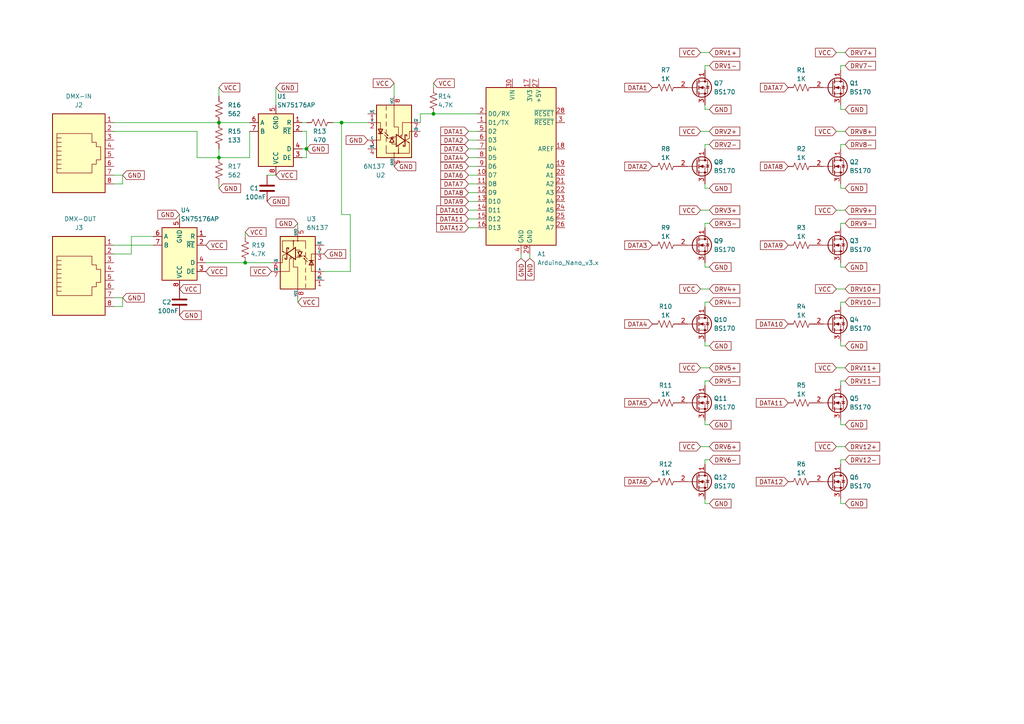
<source format=kicad_sch>
(kicad_sch (version 20230121) (generator eeschema)
  (paper "A4")
  (lib_symbols
    (symbol "Connector:RJ45" (pin_names (offset 1.016))
      (property "Reference" "J" (at -5.08 13.97 0))
      (property "Value" "RJ45" (at 2.54 13.97 0))
      (symbol "RJ45_0_1"
        (polyline (pts (xy -5.08 4.445) (xy -6.35 4.445)))
        (polyline (pts (xy -5.08 5.715) (xy -6.35 5.715)))
        (polyline (pts (xy -6.35 -3.175) (xy -5.08 -3.175) (xy -5.08 -3.175)))
        (polyline (pts (xy -6.35 -1.905) (xy -5.08 -1.905) (xy -5.08 -1.905)))
        (polyline (pts (xy -6.35 -0.635) (xy -5.08 -0.635) (xy -5.08 -0.635)))
        (polyline (pts (xy -6.35 0.635) (xy -5.08 0.635) (xy -5.08 0.635)))
        (polyline (pts (xy -6.35 1.905) (xy -5.08 1.905) (xy -5.08 1.905)))
        (polyline (pts (xy -5.08 3.175) (xy -6.35 3.175) (xy -6.35 3.175)))
        (polyline (pts (xy -6.35 -4.445) (xy -6.35 6.985) (xy 3.81 6.985) (xy 3.81 4.445) (xy 5.08 4.445) (xy 5.08 3.175) (xy 6.35 3.175) (xy 6.35 -0.635) (xy 5.08 -0.635) (xy 5.08 -1.905) (xy 3.81 -1.905) (xy 3.81 -4.445) (xy -6.35 -4.445) (xy -6.35 -4.445)))
        (rectangle (start 7.62 12.7) (end -7.62 -10.16) (stroke (width 0.254)) (fill (type background)))
      )
      (symbol "RJ45_1_1"
        (pin passive line (at 10.16 -7.62 180) (length 2.54) (name "~") (number "1"))
        (pin passive line (at 10.16 -5.08 180) (length 2.54) (name "~") (number "2"))
        (pin passive line (at 10.16 -2.54 180) (length 2.54) (name "~") (number "3"))
        (pin passive line (at 10.16 0 180) (length 2.54) (name "~") (number "4"))
        (pin passive line (at 10.16 2.54 180) (length 2.54) (name "~") (number "5"))
        (pin passive line (at 10.16 5.08 180) (length 2.54) (name "~") (number "6"))
        (pin passive line (at 10.16 7.62 180) (length 2.54) (name "~") (number "7"))
        (pin passive line (at 10.16 10.16 180) (length 2.54) (name "~") (number "8"))
      )
    )
    (symbol "Device:C" (pin_numbers hide) (pin_names (offset 0.254))
      (property "Reference" "C" (at 0.635 2.54 0))
      (property "Value" "C" (at 0.635 -2.54 0))
      (symbol "C_0_1"
        (polyline (pts (xy -2.032 -0.762) (xy 2.032 -0.762)) (stroke (width 0.508)))
        (polyline (pts (xy -2.032 0.762) (xy 2.032 0.762)) (stroke (width 0.508)))
      )
      (symbol "C_1_1"
        (pin passive line (at 0 3.81 270) (length 2.794) (name "~") (number "1"))
        (pin passive line (at 0 -3.81 90) (length 2.794) (name "~") (number "2"))
      )
    )
    (symbol "Device:R_US" (pin_numbers hide) (pin_names (offset 0))
      (property "Reference" "R" (at 2.54 0 90))
      (property "Value" "R_US" (at -2.54 0 90))
      (symbol "R_US_0_1"
        (polyline (pts (xy 0 -2.286) (xy 0 -2.54)))
        (polyline (pts (xy 0 2.286) (xy 0 2.54)))
        (polyline (pts (xy 0 -0.762) (xy 1.016 -1.143) (xy 0 -1.524) (xy -1.016 -1.905) (xy 0 -2.286)))
        (polyline (pts (xy 0 0.762) (xy 1.016 0.381) (xy 0 0) (xy -1.016 -0.381) (xy 0 -0.762)))
        (polyline (pts (xy 0 2.286) (xy 1.016 1.905) (xy 0 1.524) (xy -1.016 1.143) (xy 0 0.762)))
      )
      (symbol "R_US_1_1"
        (pin passive line (at 0 3.81 270) (length 1.27) (name "~") (number "1"))
        (pin passive line (at 0 -3.81 90) (length 1.27) (name "~") (number "2"))
      )
    )
    (symbol "Interface_UART:SN75176AP"
      (property "Reference" "U" (at -4.318 8.89 0))
      (property "Value" "SN75176AP" (at 1.016 8.89 0))
      (symbol "SN75176AP_0_1"
        (rectangle (start -5.08 7.62) (end 5.08 -7.62) (stroke (width 0.254)) (fill (type background)))
      )
      (symbol "SN75176AP_1_1"
        (pin output line (at -7.62 -5.08 0) (length 2.54) (name "R") (number "1"))
        (pin input line (at -7.62 -2.54 0) (length 2.54) (name "~{RE}") (number "2"))
        (pin input line (at -7.62 5.08 0) (length 2.54) (name "DE") (number "3"))
        (pin input line (at -7.62 2.54 0) (length 2.54) (name "D") (number "4"))
        (pin power_in line (at 0 -10.16 90) (length 2.54) (name "GND") (number "5"))
        (pin bidirectional line (at 7.62 -5.08 180) (length 2.54) (name "A") (number "6"))
        (pin bidirectional line (at 7.62 -2.54 180) (length 2.54) (name "B") (number "7"))
        (pin power_in line (at 0 10.16 270) (length 2.54) (name "VCC") (number "8"))
      )
    )
    (symbol "Isolator:6N137" (pin_names (offset 0))
      (property "Reference" "U" (at -4.064 8.89 0))
      (property "Value" "6N137" (at 0 -8.89 0))
      (symbol "6N137_0_1"
        (polyline (pts (xy 0 -6.35) (xy -2.286 -6.35) (xy -2.286 -4.064)))
        (polyline (pts (xy -5.08 -2.54) (xy -3.937 -2.54) (xy -3.937 2.54) (xy -5.08 2.54)))
        (polyline (pts (xy 1.27 -5.08) (xy 1.27 -6.35) (xy 0 -6.35) (xy 0 -7.62)))
        (polyline (pts (xy 3.175 -2.667) (xy 0.635 -4.445) (xy 0.635 -0.889) (xy 3.175 -2.667)) (stroke (width 0.254)))
        (polyline (pts (xy -2.794 -1.016) (xy -1.717 -2.093) (xy -2.076 -1.914) (xy -1.896 -1.734) (xy -1.717 -2.093)))
        (polyline (pts (xy -2.794 -0.254) (xy -1.717 -1.331) (xy -2.076 -1.152) (xy -1.896 -0.972) (xy -1.717 -1.331)))
      )
      (symbol "6N137_1_1"
        (rectangle (start -5.08 7.62) (end 5.08 -7.62) (stroke (width 0.254)) (fill (type background)))
        (circle (center 0 -6.35) (radius 0.127) (fill (type outline)))
        (polyline (pts (xy -4.572 -0.635) (xy -3.302 -0.635)) (stroke (width 0.254)))
        (polyline (pts (xy -2.286 -1.778) (xy -2.286 -3.048)))
        (polyline (pts (xy -2.286 0.508) (xy -2.286 -0.762)))
        (polyline (pts (xy -2.286 2.794) (xy -2.286 1.524)))
        (polyline (pts (xy -2.286 5.08) (xy -2.286 3.81)))
        (polyline (pts (xy -2.286 7.366) (xy -2.286 6.096)))
        (polyline (pts (xy -1.27 -1.905) (xy 0 -1.905)) (stroke (width 0.254)))
        (polyline (pts (xy -0.635 -3.302) (xy -0.635 -3.683) (xy 0.635 -3.683)))
        (polyline (pts (xy -0.635 -1.905) (xy -0.635 -1.524) (xy 0.508 -1.524)))
        (polyline (pts (xy 1.27 -4.064) (xy 1.27 -6.35) (xy 4.445 -6.35)))
        (polyline (pts (xy 3.175 -2.667) (xy 4.445 -3.302) (xy 4.445 -6.35)))
        (polyline (pts (xy -3.937 -0.635) (xy -4.572 0.635) (xy -3.302 0.635) (xy -3.937 -0.635)) (stroke (width 0.254)))
        (polyline (pts (xy -0.635 -1.905) (xy -1.27 -3.175) (xy 0 -3.175) (xy -0.635 -1.905)) (stroke (width 0.254)))
        (polyline (pts (xy 1.27 -1.27) (xy 1.27 1.27) (xy 0 1.27) (xy 0 7.62)))
        (polyline (pts (xy 2.1844 -1.1684) (xy 2.413 -0.889) (xy 2.413 2.54) (xy 5.08 2.54)))
        (polyline (pts (xy 3.175 -2.667) (xy 3.175 -4.318) (xy 2.667 -4.318) (xy 2.667 -3.937)) (stroke (width 0.254)))
        (polyline (pts (xy 3.175 -2.667) (xy 3.175 -1.016) (xy 3.683 -1.016) (xy 3.683 -1.397)) (stroke (width 0.254)))
        (polyline (pts (xy 3.175 -2.667) (xy 4.445 -2.032) (xy 4.445 0) (xy 5.08 0)))
        (polyline (pts (xy 4.445 -3.302) (xy 4.161 -3.018) (xy 4.047 -3.246) (xy 4.445 -3.302)) (stroke (width 0.127)) (fill (type outline)))
        (circle (center 1.27 -6.35) (radius 0.127) (fill (type outline)))
        (circle (center 2.032 -1.397) (radius 0.254))
        (pin passive line (at -7.62 5.08 0) (length 2.54) (name "NC") (number "1"))
        (pin passive line (at -7.62 2.54 0) (length 2.54) (name "A") (number "2"))
        (pin passive line (at -7.62 -2.54 0) (length 2.54) (name "C") (number "3"))
        (pin passive line (at -7.62 -5.08 0) (length 2.54) (name "NC") (number "4"))
        (pin power_in line (at 0 -10.16 90) (length 2.54) (name "GND") (number "5"))
        (pin open_collector line (at 7.62 0 180) (length 2.54) (name "VO") (number "6"))
        (pin input line (at 7.62 2.54 180) (length 2.54) (name "EN") (number "7"))
        (pin power_in line (at 0 10.16 270) (length 2.54) (name "VCC") (number "8"))
      )
    )
    (symbol "MCU_Module:Arduino_Nano_v3.x"
      (property "Reference" "A" (at -10.16 23.495 0))
      (property "Value" "Arduino_Nano_v3.x" (at 5.08 -24.13 0))
      (symbol "Arduino_Nano_v3.x_0_1"
        (rectangle (start -10.16 22.86) (end 10.16 -22.86) (stroke (width 0.254)) (fill (type background)))
      )
      (symbol "Arduino_Nano_v3.x_1_1"
        (pin bidirectional line (at -12.7 12.7 0) (length 2.54) (name "D1/TX") (number "1"))
        (pin bidirectional line (at -12.7 -2.54 0) (length 2.54) (name "D7") (number "10"))
        (pin bidirectional line (at -12.7 -5.08 0) (length 2.54) (name "D8") (number "11"))
        (pin bidirectional line (at -12.7 -7.62 0) (length 2.54) (name "D9") (number "12"))
        (pin bidirectional line (at -12.7 -10.16 0) (length 2.54) (name "D10") (number "13"))
        (pin bidirectional line (at -12.7 -12.7 0) (length 2.54) (name "D11") (number "14"))
        (pin bidirectional line (at -12.7 -15.24 0) (length 2.54) (name "D12") (number "15"))
        (pin bidirectional line (at -12.7 -17.78 0) (length 2.54) (name "D13") (number "16"))
        (pin power_out line (at 2.54 25.4 270) (length 2.54) (name "3V3") (number "17"))
        (pin input line (at 12.7 5.08 180) (length 2.54) (name "AREF") (number "18"))
        (pin bidirectional line (at 12.7 0 180) (length 2.54) (name "A0") (number "19"))
        (pin bidirectional line (at -12.7 15.24 0) (length 2.54) (name "D0/RX") (number "2"))
        (pin bidirectional line (at 12.7 -2.54 180) (length 2.54) (name "A1") (number "20"))
        (pin bidirectional line (at 12.7 -5.08 180) (length 2.54) (name "A2") (number "21"))
        (pin bidirectional line (at 12.7 -7.62 180) (length 2.54) (name "A3") (number "22"))
        (pin bidirectional line (at 12.7 -10.16 180) (length 2.54) (name "A4") (number "23"))
        (pin bidirectional line (at 12.7 -12.7 180) (length 2.54) (name "A5") (number "24"))
        (pin bidirectional line (at 12.7 -15.24 180) (length 2.54) (name "A6") (number "25"))
        (pin bidirectional line (at 12.7 -17.78 180) (length 2.54) (name "A7") (number "26"))
        (pin power_out line (at 5.08 25.4 270) (length 2.54) (name "+5V") (number "27"))
        (pin input line (at 12.7 15.24 180) (length 2.54) (name "~{RESET}") (number "28"))
        (pin power_in line (at 2.54 -25.4 90) (length 2.54) (name "GND") (number "29"))
        (pin input line (at 12.7 12.7 180) (length 2.54) (name "~{RESET}") (number "3"))
        (pin power_in line (at -2.54 25.4 270) (length 2.54) (name "VIN") (number "30"))
        (pin power_in line (at 0 -25.4 90) (length 2.54) (name "GND") (number "4"))
        (pin bidirectional line (at -12.7 10.16 0) (length 2.54) (name "D2") (number "5"))
        (pin bidirectional line (at -12.7 7.62 0) (length 2.54) (name "D3") (number "6"))
        (pin bidirectional line (at -12.7 5.08 0) (length 2.54) (name "D4") (number "7"))
        (pin bidirectional line (at -12.7 2.54 0) (length 2.54) (name "D5") (number "8"))
        (pin bidirectional line (at -12.7 0 0) (length 2.54) (name "D6") (number "9"))
      )
    )
    (symbol "Transistor_FET:BS170" (pin_names hide)
      (property "Reference" "Q" (at 5.08 1.905 0))
      (property "Value" "BS170" (at 5.08 0 0))
      (symbol "BS170_0_1"
        (polyline (pts (xy 0.254 0) (xy -2.54 0)))
        (polyline (pts (xy 0.254 1.905) (xy 0.254 -1.905)) (stroke (width 0.254)))
        (polyline (pts (xy 0.762 -1.27) (xy 0.762 -2.286)) (stroke (width 0.254)))
        (polyline (pts (xy 0.762 0.508) (xy 0.762 -0.508)) (stroke (width 0.254)))
        (polyline (pts (xy 0.762 2.286) (xy 0.762 1.27)) (stroke (width 0.254)))
        (polyline (pts (xy 2.54 2.54) (xy 2.54 1.778)))
        (polyline (pts (xy 2.54 -2.54) (xy 2.54 0) (xy 0.762 0)))
        (polyline (pts (xy 0.762 -1.778) (xy 3.302 -1.778) (xy 3.302 1.778) (xy 0.762 1.778)))
        (polyline (pts (xy 1.016 0) (xy 2.032 0.381) (xy 2.032 -0.381) (xy 1.016 0)) (fill (type outline)))
        (polyline (pts (xy 2.794 0.508) (xy 2.921 0.381) (xy 3.683 0.381) (xy 3.81 0.254)))
        (polyline (pts (xy 3.302 0.381) (xy 2.921 -0.254) (xy 3.683 -0.254) (xy 3.302 0.381)))
        (circle (center 1.651 0) (radius 2.794) (stroke (width 0.254)))
        (circle (center 2.54 -1.778) (radius 0.254) (fill (type outline)))
        (circle (center 2.54 1.778) (radius 0.254) (fill (type outline)))
      )
      (symbol "BS170_1_1"
        (pin passive line (at 2.54 5.08 270) (length 2.54) (name "D") (number "1"))
        (pin input line (at -5.08 0 0) (length 2.54) (name "G") (number "2"))
        (pin passive line (at 2.54 -5.08 90) (length 2.54) (name "S") (number "3"))
      )
    )
  )
  (junction (at 88.9 43.18))
  (junction (at 125.73 33.02))
  (junction (at 99.06 35.56))
  (junction (at 71.12 76.2))
  (junction (at 63.5 35.56))
  (junction (at 63.5 45.72))
  (wire (pts (xy 63.5 53.34) (xy 63.5 54.61)))
  (wire (pts (xy 243.84 110.49) (xy 243.84 111.76)))
  (wire (pts (xy 204.47 133.35) (xy 204.47 134.62)))
  (wire (pts (xy 135.89 63.5) (xy 138.43 63.5)))
  (wire (pts (xy 204.47 87.63) (xy 204.47 88.9)))
  (wire (pts (xy 135.89 60.96) (xy 138.43 60.96)))
  (wire (pts (xy 63.5 25.4) (xy 63.5 27.94)))
  (wire (pts (xy 205.74 87.63) (xy 204.47 87.63)))
  (wire (pts (xy 87.63 35.56) (xy 88.9 35.56)))
  (wire (pts (xy 33.02 38.1) (xy 57.15 38.1)))
  (wire (pts (xy 33.02 88.9) (xy 35.56 88.9)))
  (wire (pts (xy 245.11 64.77) (xy 243.84 64.77)))
  (wire (pts (xy 204.47 64.77) (xy 204.47 66.04)))
  (wire (pts (xy 245.11 54.61) (xy 243.84 54.61)))
  (wire (pts (xy 72.39 45.72) (xy 72.39 38.1)))
  (wire (pts (xy 245.11 41.91) (xy 243.84 41.91)))
  (wire (pts (xy 151.13 73.66) (xy 151.13 74.93)))
  (wire (pts (xy 243.84 77.47) (xy 243.84 76.2)))
  (wire (pts (xy 203.2 38.1) (xy 205.74 38.1)))
  (wire (pts (xy 63.5 35.56) (xy 72.39 35.56)))
  (wire (pts (xy 243.84 87.63) (xy 243.84 88.9)))
  (wire (pts (xy 135.89 48.26) (xy 138.43 48.26)))
  (wire (pts (xy 101.6 78.74) (xy 101.6 62.23)))
  (wire (pts (xy 203.2 129.54) (xy 205.74 129.54)))
  (wire (pts (xy 203.2 83.82) (xy 205.74 83.82)))
  (wire (pts (xy 114.3 27.94) (xy 114.3 24.13)))
  (wire (pts (xy 135.89 40.64) (xy 138.43 40.64)))
  (wire (pts (xy 243.84 123.19) (xy 243.84 121.92)))
  (wire (pts (xy 242.57 15.24) (xy 245.11 15.24)))
  (wire (pts (xy 203.2 15.24) (xy 205.74 15.24)))
  (wire (pts (xy 205.74 123.19) (xy 204.47 123.19)))
  (wire (pts (xy 33.02 53.34) (xy 35.56 53.34)))
  (wire (pts (xy 135.89 50.8) (xy 138.43 50.8)))
  (wire (pts (xy 33.02 71.12) (xy 44.45 71.12)))
  (wire (pts (xy 245.11 31.75) (xy 243.84 31.75)))
  (wire (pts (xy 125.73 24.13) (xy 125.73 25.4)))
  (wire (pts (xy 77.47 50.8) (xy 80.01 50.8)))
  (wire (pts (xy 99.06 35.56) (xy 96.52 35.56)))
  (wire (pts (xy 87.63 43.18) (xy 88.9 43.18)))
  (wire (pts (xy 33.02 35.56) (xy 63.5 35.56)))
  (wire (pts (xy 153.67 73.66) (xy 153.67 74.93)))
  (wire (pts (xy 63.5 43.18) (xy 63.5 45.72)))
  (wire (pts (xy 38.1 73.66) (xy 33.02 73.66)))
  (wire (pts (xy 88.9 43.18) (xy 88.9 45.72)))
  (wire (pts (xy 205.74 110.49) (xy 204.47 110.49)))
  (wire (pts (xy 125.73 33.02) (xy 138.43 33.02)))
  (wire (pts (xy 57.15 45.72) (xy 57.15 38.1)))
  (wire (pts (xy 245.11 100.33) (xy 243.84 100.33)))
  (wire (pts (xy 204.47 54.61) (xy 204.47 53.34)))
  (wire (pts (xy 245.11 19.05) (xy 243.84 19.05)))
  (wire (pts (xy 204.47 123.19) (xy 204.47 121.92)))
  (wire (pts (xy 35.56 88.9) (xy 35.56 86.36)))
  (wire (pts (xy 242.57 106.68) (xy 245.11 106.68)))
  (wire (pts (xy 59.69 76.2) (xy 71.12 76.2)))
  (wire (pts (xy 245.11 123.19) (xy 243.84 123.19)))
  (wire (pts (xy 135.89 58.42) (xy 138.43 58.42)))
  (wire (pts (xy 99.06 62.23) (xy 99.06 35.56)))
  (wire (pts (xy 204.47 100.33) (xy 204.47 99.06)))
  (wire (pts (xy 63.5 45.72) (xy 57.15 45.72)))
  (wire (pts (xy 52.07 62.23) (xy 52.07 63.5)))
  (wire (pts (xy 205.74 133.35) (xy 204.47 133.35)))
  (wire (pts (xy 204.47 77.47) (xy 204.47 76.2)))
  (wire (pts (xy 205.74 64.77) (xy 204.47 64.77)))
  (wire (pts (xy 204.47 31.75) (xy 204.47 30.48)))
  (wire (pts (xy 243.84 31.75) (xy 243.84 30.48)))
  (wire (pts (xy 86.36 64.77) (xy 86.36 66.04)))
  (wire (pts (xy 245.11 77.47) (xy 243.84 77.47)))
  (wire (pts (xy 243.84 100.33) (xy 243.84 99.06)))
  (wire (pts (xy 205.74 146.05) (xy 204.47 146.05)))
  (wire (pts (xy 135.89 38.1) (xy 138.43 38.1)))
  (wire (pts (xy 88.9 38.1) (xy 88.9 43.18)))
  (wire (pts (xy 242.57 129.54) (xy 245.11 129.54)))
  (wire (pts (xy 135.89 55.88) (xy 138.43 55.88)))
  (wire (pts (xy 80.01 25.4) (xy 80.01 30.48)))
  (wire (pts (xy 38.1 68.58) (xy 38.1 73.66)))
  (wire (pts (xy 135.89 53.34) (xy 138.43 53.34)))
  (wire (pts (xy 243.84 54.61) (xy 243.84 53.34)))
  (wire (pts (xy 205.74 19.05) (xy 204.47 19.05)))
  (wire (pts (xy 243.84 41.91) (xy 243.84 43.18)))
  (wire (pts (xy 204.47 19.05) (xy 204.47 20.32)))
  (wire (pts (xy 99.06 35.56) (xy 106.68 35.56)))
  (wire (pts (xy 205.74 77.47) (xy 204.47 77.47)))
  (wire (pts (xy 63.5 45.72) (xy 72.39 45.72)))
  (wire (pts (xy 121.92 33.02) (xy 125.73 33.02)))
  (wire (pts (xy 35.56 53.34) (xy 35.56 50.8)))
  (wire (pts (xy 33.02 50.8) (xy 35.56 50.8)))
  (wire (pts (xy 205.74 100.33) (xy 204.47 100.33)))
  (wire (pts (xy 135.89 66.04) (xy 138.43 66.04)))
  (wire (pts (xy 245.11 146.05) (xy 243.84 146.05)))
  (wire (pts (xy 243.84 133.35) (xy 243.84 134.62)))
  (wire (pts (xy 204.47 146.05) (xy 204.47 144.78)))
  (wire (pts (xy 87.63 45.72) (xy 88.9 45.72)))
  (wire (pts (xy 93.98 78.74) (xy 101.6 78.74)))
  (wire (pts (xy 87.63 38.1) (xy 88.9 38.1)))
  (wire (pts (xy 203.2 60.96) (xy 205.74 60.96)))
  (wire (pts (xy 135.89 43.18) (xy 138.43 43.18)))
  (wire (pts (xy 205.74 41.91) (xy 204.47 41.91)))
  (wire (pts (xy 44.45 68.58) (xy 38.1 68.58)))
  (wire (pts (xy 86.36 86.36) (xy 86.36 87.63)))
  (wire (pts (xy 243.84 64.77) (xy 243.84 66.04)))
  (wire (pts (xy 121.92 35.56) (xy 121.92 33.02)))
  (wire (pts (xy 205.74 54.61) (xy 204.47 54.61)))
  (wire (pts (xy 242.57 83.82) (xy 245.11 83.82)))
  (wire (pts (xy 101.6 62.23) (xy 99.06 62.23)))
  (wire (pts (xy 204.47 110.49) (xy 204.47 111.76)))
  (wire (pts (xy 245.11 133.35) (xy 243.84 133.35)))
  (wire (pts (xy 245.11 87.63) (xy 243.84 87.63)))
  (wire (pts (xy 242.57 38.1) (xy 245.11 38.1)))
  (wire (pts (xy 71.12 67.31) (xy 71.12 68.58)))
  (wire (pts (xy 245.11 110.49) (xy 243.84 110.49)))
  (wire (pts (xy 71.12 76.2) (xy 78.74 76.2)))
  (wire (pts (xy 204.47 41.91) (xy 204.47 43.18)))
  (wire (pts (xy 243.84 146.05) (xy 243.84 144.78)))
  (wire (pts (xy 33.02 86.36) (xy 35.56 86.36)))
  (wire (pts (xy 135.89 45.72) (xy 138.43 45.72)))
  (wire (pts (xy 243.84 19.05) (xy 243.84 20.32)))
  (wire (pts (xy 203.2 106.68) (xy 205.74 106.68)))
  (wire (pts (xy 205.74 31.75) (xy 204.47 31.75)))
  (wire (pts (xy 242.57 60.96) (xy 245.11 60.96)))
  (global_label "DATA12" (shape input) (at 135.89 66.04 180) (property "Intersheetrefs" "${INTERSHEET_REFS}" (effects hide)))
  (global_label "VCC" (shape input) (at 203.2 106.68 180) (property "Intersheetrefs" "${INTERSHEET_REFS}" (effects hide)))
  (global_label "DATA1" (shape input) (at 135.89 38.1 180) (property "Intersheetrefs" "${INTERSHEET_REFS}" (effects hide)))
  (global_label "VCC" (shape input) (at 52.07 83.82 0) (property "Intersheetrefs" "${INTERSHEET_REFS}" (effects hide)))
  (global_label "DRV8+" (shape input) (at 245.11 38.1 0) (property "Intersheetrefs" "${INTERSHEET_REFS}" (effects hide)))
  (global_label "VCC" (shape input) (at 78.74 78.74 180) (property "Intersheetrefs" "${INTERSHEET_REFS}" (effects hide)))
  (global_label "DATA9" (shape input) (at 135.89 58.42 180) (property "Intersheetrefs" "${INTERSHEET_REFS}" (effects hide)))
  (global_label "DATA12" (shape input) (at 228.6 139.7 180) (property "Intersheetrefs" "${INTERSHEET_REFS}" (effects hide)))
  (global_label "DRV12-" (shape input) (at 245.11 133.35 0) (property "Intersheetrefs" "${INTERSHEET_REFS}" (effects hide)))
  (global_label "GND" (shape input) (at 245.11 31.75 0) (property "Intersheetrefs" "${INTERSHEET_REFS}" (effects hide)))
  (global_label "GND" (shape input) (at 114.3 48.26 0) (property "Intersheetrefs" "${INTERSHEET_REFS}" (effects hide)))
  (global_label "GND" (shape input) (at 35.56 86.36 0) (property "Intersheetrefs" "${INTERSHEET_REFS}" (effects hide)))
  (global_label "DRV4-" (shape input) (at 205.74 87.63 0) (property "Intersheetrefs" "${INTERSHEET_REFS}" (effects hide)))
  (global_label "DRV9-" (shape input) (at 245.11 64.77 0) (property "Intersheetrefs" "${INTERSHEET_REFS}" (effects hide)))
  (global_label "VCC" (shape input) (at 59.69 78.74 0) (property "Intersheetrefs" "${INTERSHEET_REFS}" (effects hide)))
  (global_label "DATA11" (shape input) (at 135.89 63.5 180) (property "Intersheetrefs" "${INTERSHEET_REFS}" (effects hide)))
  (global_label "VCC" (shape input) (at 125.73 24.13 0) (property "Intersheetrefs" "${INTERSHEET_REFS}" (effects hide)))
  (global_label "GND" (shape input) (at 153.67 74.93 270) (property "Intersheetrefs" "${INTERSHEET_REFS}" (effects hide)))
  (global_label "DATA4" (shape input) (at 135.89 45.72 180) (property "Intersheetrefs" "${INTERSHEET_REFS}" (effects hide)))
  (global_label "GND" (shape input) (at 63.5 54.61 0) (property "Intersheetrefs" "${INTERSHEET_REFS}" (effects hide)))
  (global_label "DATA11" (shape input) (at 228.6 116.84 180) (property "Intersheetrefs" "${INTERSHEET_REFS}" (effects hide)))
  (global_label "GND" (shape input) (at 205.74 31.75 0) (property "Intersheetrefs" "${INTERSHEET_REFS}" (effects hide)))
  (global_label "DRV7-" (shape input) (at 245.11 19.05 0) (property "Intersheetrefs" "${INTERSHEET_REFS}" (effects hide)))
  (global_label "DATA5" (shape input) (at 135.89 48.26 180) (property "Intersheetrefs" "${INTERSHEET_REFS}" (effects hide)))
  (global_label "GND" (shape input) (at 205.74 77.47 0) (property "Intersheetrefs" "${INTERSHEET_REFS}" (effects hide)))
  (global_label "DRV2+" (shape input) (at 205.74 38.1 0) (property "Intersheetrefs" "${INTERSHEET_REFS}" (effects hide)))
  (global_label "DRV2-" (shape input) (at 205.74 41.91 0) (property "Intersheetrefs" "${INTERSHEET_REFS}" (effects hide)))
  (global_label "GND" (shape input) (at 205.74 100.33 0) (property "Intersheetrefs" "${INTERSHEET_REFS}" (effects hide)))
  (global_label "GND" (shape input) (at 245.11 146.05 0) (property "Intersheetrefs" "${INTERSHEET_REFS}" (effects hide)))
  (global_label "GND" (shape input) (at 205.74 146.05 0) (property "Intersheetrefs" "${INTERSHEET_REFS}" (effects hide)))
  (global_label "GND" (shape input) (at 88.9 43.18 0) (property "Intersheetrefs" "${INTERSHEET_REFS}" (effects hide)))
  (global_label "DRV3+" (shape input) (at 205.74 60.96 0) (property "Intersheetrefs" "${INTERSHEET_REFS}" (effects hide)))
  (global_label "GND" (shape input) (at 245.11 123.19 0) (property "Intersheetrefs" "${INTERSHEET_REFS}" (effects hide)))
  (global_label "VCC" (shape input) (at 86.36 87.63 0) (property "Intersheetrefs" "${INTERSHEET_REFS}" (effects hide)))
  (global_label "VCC" (shape input) (at 242.57 129.54 180) (property "Intersheetrefs" "${INTERSHEET_REFS}" (effects hide)))
  (global_label "DATA2" (shape input) (at 189.23 48.26 180) (property "Intersheetrefs" "${INTERSHEET_REFS}" (effects hide)))
  (global_label "DATA3" (shape input) (at 189.23 71.12 180) (property "Intersheetrefs" "${INTERSHEET_REFS}" (effects hide)))
  (global_label "VCC" (shape input) (at 242.57 83.82 180) (property "Intersheetrefs" "${INTERSHEET_REFS}" (effects hide)))
  (global_label "GND" (shape input) (at 52.07 91.44 0) (property "Intersheetrefs" "${INTERSHEET_REFS}" (effects hide)))
  (global_label "DATA10" (shape input) (at 228.6 93.98 180) (property "Intersheetrefs" "${INTERSHEET_REFS}" (effects hide)))
  (global_label "DATA7" (shape input) (at 228.6 25.4 180) (property "Intersheetrefs" "${INTERSHEET_REFS}" (effects hide)))
  (global_label "GND" (shape input) (at 205.74 123.19 0) (property "Intersheetrefs" "${INTERSHEET_REFS}" (effects hide)))
  (global_label "VCC" (shape input) (at 203.2 129.54 180) (property "Intersheetrefs" "${INTERSHEET_REFS}" (effects hide)))
  (global_label "GND" (shape input) (at 52.07 62.23 180) (property "Intersheetrefs" "${INTERSHEET_REFS}" (effects hide)))
  (global_label "DRV5+" (shape input) (at 205.74 106.68 0) (property "Intersheetrefs" "${INTERSHEET_REFS}" (effects hide)))
  (global_label "GND" (shape input) (at 245.11 100.33 0) (property "Intersheetrefs" "${INTERSHEET_REFS}" (effects hide)))
  (global_label "DATA9" (shape input) (at 228.6 71.12 180) (property "Intersheetrefs" "${INTERSHEET_REFS}" (effects hide)))
  (global_label "VCC" (shape input) (at 71.12 67.31 0) (property "Intersheetrefs" "${INTERSHEET_REFS}" (effects hide)))
  (global_label "VCC" (shape input) (at 203.2 38.1 180) (property "Intersheetrefs" "${INTERSHEET_REFS}" (effects hide)))
  (global_label "DRV6+" (shape input) (at 205.74 129.54 0) (property "Intersheetrefs" "${INTERSHEET_REFS}" (effects hide)))
  (global_label "GND" (shape input) (at 77.47 58.42 0) (property "Intersheetrefs" "${INTERSHEET_REFS}" (effects hide)))
  (global_label "DATA7" (shape input) (at 135.89 53.34 180) (property "Intersheetrefs" "${INTERSHEET_REFS}" (effects hide)))
  (global_label "DATA8" (shape input) (at 135.89 55.88 180) (property "Intersheetrefs" "${INTERSHEET_REFS}" (effects hide)))
  (global_label "VCC" (shape input) (at 203.2 60.96 180) (property "Intersheetrefs" "${INTERSHEET_REFS}" (effects hide)))
  (global_label "DRV12+" (shape input) (at 245.11 129.54 0) (property "Intersheetrefs" "${INTERSHEET_REFS}" (effects hide)))
  (global_label "DRV1-" (shape input) (at 205.74 19.05 0) (property "Intersheetrefs" "${INTERSHEET_REFS}" (effects hide)))
  (global_label "GND" (shape input) (at 245.11 77.47 0) (property "Intersheetrefs" "${INTERSHEET_REFS}" (effects hide)))
  (global_label "GND" (shape input) (at 245.11 54.61 0) (property "Intersheetrefs" "${INTERSHEET_REFS}" (effects hide)))
  (global_label "DRV10+" (shape input) (at 245.11 83.82 0) (property "Intersheetrefs" "${INTERSHEET_REFS}" (effects hide)))
  (global_label "DRV3-" (shape input) (at 205.74 64.77 0) (property "Intersheetrefs" "${INTERSHEET_REFS}" (effects hide)))
  (global_label "GND" (shape input) (at 35.56 50.8 0) (property "Intersheetrefs" "${INTERSHEET_REFS}" (effects hide)))
  (global_label "VCC" (shape input) (at 242.57 60.96 180) (property "Intersheetrefs" "${INTERSHEET_REFS}" (effects hide)))
  (global_label "VCC" (shape input) (at 59.69 71.12 0) (property "Intersheetrefs" "${INTERSHEET_REFS}" (effects hide)))
  (global_label "GND" (shape input) (at 86.36 64.77 180) (property "Intersheetrefs" "${INTERSHEET_REFS}" (effects hide)))
  (global_label "DRV9+" (shape input) (at 245.11 60.96 0) (property "Intersheetrefs" "${INTERSHEET_REFS}" (effects hide)))
  (global_label "DRV11+" (shape input) (at 245.11 106.68 0) (property "Intersheetrefs" "${INTERSHEET_REFS}" (effects hide)))
  (global_label "VCC" (shape input) (at 114.3 24.13 180) (property "Intersheetrefs" "${INTERSHEET_REFS}" (effects hide)))
  (global_label "DRV8-" (shape input) (at 245.11 41.91 0) (property "Intersheetrefs" "${INTERSHEET_REFS}" (effects hide)))
  (global_label "DATA4" (shape input) (at 189.23 93.98 180) (property "Intersheetrefs" "${INTERSHEET_REFS}" (effects hide)))
  (global_label "DATA8" (shape input) (at 228.6 48.26 180) (property "Intersheetrefs" "${INTERSHEET_REFS}" (effects hide)))
  (global_label "DRV5-" (shape input) (at 205.74 110.49 0) (property "Intersheetrefs" "${INTERSHEET_REFS}" (effects hide)))
  (global_label "GND" (shape input) (at 106.68 40.64 180) (property "Intersheetrefs" "${INTERSHEET_REFS}" (effects hide)))
  (global_label "DATA1" (shape input) (at 189.23 25.4 180) (property "Intersheetrefs" "${INTERSHEET_REFS}" (effects hide)))
  (global_label "VCC" (shape input) (at 203.2 83.82 180) (property "Intersheetrefs" "${INTERSHEET_REFS}" (effects hide)))
  (global_label "DATA5" (shape input) (at 189.23 116.84 180) (property "Intersheetrefs" "${INTERSHEET_REFS}" (effects hide)))
  (global_label "VCC" (shape input) (at 63.5 25.4 0) (property "Intersheetrefs" "${INTERSHEET_REFS}" (effects hide)))
  (global_label "DRV7+" (shape input) (at 245.11 15.24 0) (property "Intersheetrefs" "${INTERSHEET_REFS}" (effects hide)))
  (global_label "DATA3" (shape input) (at 135.89 43.18 180) (property "Intersheetrefs" "${INTERSHEET_REFS}" (effects hide)))
  (global_label "DRV4+" (shape input) (at 205.74 83.82 0) (property "Intersheetrefs" "${INTERSHEET_REFS}" (effects hide)))
  (global_label "GND" (shape input) (at 93.98 73.66 0) (property "Intersheetrefs" "${INTERSHEET_REFS}" (effects hide)))
  (global_label "GND" (shape input) (at 205.74 54.61 0) (property "Intersheetrefs" "${INTERSHEET_REFS}" (effects hide)))
  (global_label "GND" (shape input) (at 80.01 25.4 0) (property "Intersheetrefs" "${INTERSHEET_REFS}" (effects hide)))
  (global_label "DATA6" (shape input) (at 135.89 50.8 180) (property "Intersheetrefs" "${INTERSHEET_REFS}" (effects hide)))
  (global_label "VCC" (shape input) (at 242.57 15.24 180) (property "Intersheetrefs" "${INTERSHEET_REFS}" (effects hide)))
  (global_label "DRV10-" (shape input) (at 245.11 87.63 0) (property "Intersheetrefs" "${INTERSHEET_REFS}" (effects hide)))
  (global_label "DRV1+" (shape input) (at 205.74 15.24 0) (property "Intersheetrefs" "${INTERSHEET_REFS}" (effects hide)))
  (global_label "VCC" (shape input) (at 203.2 15.24 180) (property "Intersheetrefs" "${INTERSHEET_REFS}" (effects hide)))
  (global_label "DATA2" (shape input) (at 135.89 40.64 180) (property "Intersheetrefs" "${INTERSHEET_REFS}" (effects hide)))
  (global_label "VCC" (shape input) (at 242.57 38.1 180) (property "Intersheetrefs" "${INTERSHEET_REFS}" (effects hide)))
  (global_label "DATA10" (shape input) (at 135.89 60.96 180) (property "Intersheetrefs" "${INTERSHEET_REFS}" (effects hide)))
  (global_label "DRV11-" (shape input) (at 245.11 110.49 0) (property "Intersheetrefs" "${INTERSHEET_REFS}" (effects hide)))
  (global_label "VCC" (shape input) (at 80.01 50.8 0) (property "Intersheetrefs" "${INTERSHEET_REFS}" (effects hide)))
  (global_label "VCC" (shape input) (at 242.57 106.68 180) (property "Intersheetrefs" "${INTERSHEET_REFS}" (effects hide)))
  (global_label "DATA6" (shape input) (at 189.23 139.7 180) (property "Intersheetrefs" "${INTERSHEET_REFS}" (effects hide)))
  (global_label "DRV6-" (shape input) (at 205.74 133.35 0) (property "Intersheetrefs" "${INTERSHEET_REFS}" (effects hide)))
  (global_label "GND" (shape input) (at 151.13 74.93 270) (property "Intersheetrefs" "${INTERSHEET_REFS}" (effects hide)))
  (symbol (lib_id "Device:R_US") (at 232.41 48.26 90) (unit 1)
    (property "Reference" "R2" (at 232.41 43.18 90))
    (property "Value" "1K" (at 232.41 45.72 90))
  )
  (symbol (lib_id "Transistor_FET:BS170") (at 201.93 116.84 0) (unit 1)
    (property "Reference" "Q11" (at 207.01 115.57 0) (effects (justify left)))
    (property "Value" "BS170" (at 207.01 118.11 0) (effects (justify left)))
    (property "Footprint" "Package_TO_SOT_THT:TO-92_Inline" (effects hide))
    (property "Datasheet" "https://www.onsemi.com/pub/Collateral/BS170-D.PDF" (effects hide))
  )
  (symbol (lib_id "Interface_UART:SN75176AP") (at 80.01 40.64 180) (unit 1)
    (property "Reference" "U1" (at 80.3559 27.94 0) (effects (justify right)))
    (property "Value" "SN75176AP" (at 80.3559 30.48 0) (effects (justify right)))
    (property "Footprint" "Package_DIP:DIP-8_W7.62mm" (effects hide))
    (property "Datasheet" "http://www.ti.com/lit/ds/symlink/sn75176a.pdf" (effects hide))
  )
  (symbol (lib_id "Device:C") (at 77.47 54.61 0) (unit 1)
    (property "Reference" "C1" (at 72.39 54.61 0) (effects (justify left)))
    (property "Value" "100nF" (at 71.12 57.15 0) (effects (justify left)))
  )
  (symbol (lib_id "Device:R_US") (at 232.41 71.12 90) (unit 1)
    (property "Reference" "R3" (at 232.41 66.04 90))
    (property "Value" "1K" (at 232.41 68.58 90))
  )
  (symbol (lib_id "Device:R_US") (at 232.41 25.4 90) (unit 1)
    (property "Reference" "R1" (at 232.41 20.32 90))
    (property "Value" "1K" (at 232.41 22.86 90))
  )
  (symbol (lib_id "Device:R_US") (at 193.04 116.84 90) (unit 1)
    (property "Reference" "R11" (at 193.04 111.76 90))
    (property "Value" "1K" (at 193.04 114.3 90))
  )
  (symbol (lib_id "MCU_Module:Arduino_Nano_v3.x") (at 151.13 48.26 0) (unit 1)
    (property "Reference" "A1" (at 155.8641 73.66 0) (effects (justify left)))
    (property "Value" "Arduino_Nano_v3.x" (at 155.8641 76.2 0) (effects (justify left)))
    (property "Footprint" "Module:Arduino_Nano" (effects hide))
    (property "Datasheet" "http://www.mouser.com/pdfdocs/Gravitech_Arduino_Nano3_0.pdf" (effects hide))
  )
  (symbol (lib_id "Device:R_US") (at 193.04 139.7 90) (unit 1)
    (property "Reference" "R12" (at 193.04 134.62 90))
    (property "Value" "1K" (at 193.04 137.16 90))
  )
  (symbol (lib_id "Device:R_US") (at 92.71 35.56 90) (unit 1)
    (property "Reference" "R13" (at 92.71 38.1 90))
    (property "Value" "470" (at 92.71 40.64 90))
  )
  (symbol (lib_id "Device:R_US") (at 232.41 93.98 90) (unit 1)
    (property "Reference" "R4" (at 232.41 88.9 90))
    (property "Value" "1K" (at 232.41 91.44 90))
  )
  (symbol (lib_id "Device:R_US") (at 193.04 71.12 90) (unit 1)
    (property "Reference" "R9" (at 193.04 66.04 90))
    (property "Value" "1K" (at 193.04 68.58 90))
  )
  (symbol (lib_id "Transistor_FET:BS170") (at 201.93 71.12 0) (unit 1)
    (property "Reference" "Q9" (at 207.01 69.85 0) (effects (justify left)))
    (property "Value" "BS170" (at 207.01 72.39 0) (effects (justify left)))
    (property "Footprint" "Package_TO_SOT_THT:TO-92_Inline" (effects hide))
    (property "Datasheet" "https://www.onsemi.com/pub/Collateral/BS170-D.PDF" (effects hide))
  )
  (symbol (lib_id "Device:R_US") (at 63.5 39.37 0) (unit 1)
    (property "Reference" "R15" (at 66.04 38.1 0) (effects (justify left)))
    (property "Value" "133" (at 66.04 40.64 0) (effects (justify left)))
  )
  (symbol (lib_id "Connector:RJ45") (at 22.86 43.18 0) (mirror x) (unit 1)
    (property "Reference" "J2" (at 22.86 30.48 0))
    (property "Value" "DMX-IN" (at 22.86 27.94 0))
  )
  (symbol (lib_id "Transistor_FET:BS170") (at 241.3 139.7 0) (unit 1)
    (property "Reference" "Q6" (at 246.38 138.43 0) (effects (justify left)))
    (property "Value" "BS170" (at 246.38 140.97 0) (effects (justify left)))
    (property "Footprint" "Package_TO_SOT_THT:TO-92_Inline" (effects hide))
    (property "Datasheet" "https://www.onsemi.com/pub/Collateral/BS170-D.PDF" (effects hide))
  )
  (symbol (lib_id "Device:R_US") (at 63.5 31.75 0) (unit 1)
    (property "Reference" "R16" (at 66.04 30.48 0) (effects (justify left)))
    (property "Value" "562" (at 66.04 33.02 0) (effects (justify left)))
  )
  (symbol (lib_id "Device:R_US") (at 193.04 93.98 90) (unit 1)
    (property "Reference" "R10" (at 193.04 88.9 90))
    (property "Value" "1K" (at 193.04 91.44 90))
  )
  (symbol (lib_id "Transistor_FET:BS170") (at 241.3 116.84 0) (unit 1)
    (property "Reference" "Q5" (at 246.38 115.57 0) (effects (justify left)))
    (property "Value" "BS170" (at 246.38 118.11 0) (effects (justify left)))
    (property "Footprint" "Package_TO_SOT_THT:TO-92_Inline" (effects hide))
    (property "Datasheet" "https://www.onsemi.com/pub/Collateral/BS170-D.PDF" (effects hide))
  )
  (symbol (lib_id "Device:C") (at 52.07 87.63 0) (unit 1)
    (property "Reference" "C2" (at 46.99 87.63 0) (effects (justify left)))
    (property "Value" "100nF" (at 45.72 90.17 0) (effects (justify left)))
  )
  (symbol (lib_id "Transistor_FET:BS170") (at 241.3 48.26 0) (unit 1)
    (property "Reference" "Q2" (at 246.38 46.99 0) (effects (justify left)))
    (property "Value" "BS170" (at 246.38 49.53 0) (effects (justify left)))
    (property "Footprint" "Package_TO_SOT_THT:TO-92_Inline" (effects hide))
    (property "Datasheet" "https://www.onsemi.com/pub/Collateral/BS170-D.PDF" (effects hide))
  )
  (symbol (lib_id "Transistor_FET:BS170") (at 201.93 25.4 0) (unit 1)
    (property "Reference" "Q7" (at 207.01 24.13 0) (effects (justify left)))
    (property "Value" "BS170" (at 207.01 26.67 0) (effects (justify left)))
    (property "Footprint" "Package_TO_SOT_THT:TO-92_Inline" (effects hide))
    (property "Datasheet" "https://www.onsemi.com/pub/Collateral/BS170-D.PDF" (effects hide))
  )
  (symbol (lib_id "Device:R_US") (at 193.04 25.4 90) (unit 1)
    (property "Reference" "R7" (at 193.04 20.32 90))
    (property "Value" "1K" (at 193.04 22.86 90))
  )
  (symbol (lib_id "Transistor_FET:BS170") (at 241.3 71.12 0) (unit 1)
    (property "Reference" "Q3" (at 246.38 69.85 0) (effects (justify left)))
    (property "Value" "BS170" (at 246.38 72.39 0) (effects (justify left)))
    (property "Footprint" "Package_TO_SOT_THT:TO-92_Inline" (effects hide))
    (property "Datasheet" "https://www.onsemi.com/pub/Collateral/BS170-D.PDF" (effects hide))
  )
  (symbol (lib_id "Connector:RJ45") (at 22.86 78.74 0) (mirror x) (unit 1)
    (property "Reference" "J3" (at 24.13 66.04 0) (effects (justify right)))
    (property "Value" "DMX-OUT" (at 27.94 63.5 0) (effects (justify right)))
  )
  (symbol (lib_id "Device:R_US") (at 125.73 29.21 0) (unit 1)
    (property "Reference" "R14" (at 127 27.94 0) (effects (justify left)))
    (property "Value" "4.7K" (at 127 30.48 0) (effects (justify left)))
  )
  (symbol (lib_id "Transistor_FET:BS170") (at 241.3 93.98 0) (unit 1)
    (property "Reference" "Q4" (at 246.38 92.71 0) (effects (justify left)))
    (property "Value" "BS170" (at 246.38 95.25 0) (effects (justify left)))
    (property "Footprint" "Package_TO_SOT_THT:TO-92_Inline" (effects hide))
    (property "Datasheet" "https://www.onsemi.com/pub/Collateral/BS170-D.PDF" (effects hide))
  )
  (symbol (lib_id "Isolator:6N137") (at 86.36 76.2 180) (unit 1)
    (property "Reference" "U3" (at 88.9 63.5 0) (effects (justify right)))
    (property "Value" "6N137" (at 88.9 66.04 0) (effects (justify right)))
    (property "Footprint" "Package_DIP:DIP-8_W7.62mm" (effects hide))
    (property "Datasheet" "https://docs.broadcom.com/docs/AV02-0940EN" (effects hide))
  )
  (symbol (lib_id "Device:R_US") (at 232.41 116.84 90) (unit 1)
    (property "Reference" "R5" (at 232.41 111.76 90))
    (property "Value" "1K" (at 232.41 114.3 90))
  )
  (symbol (lib_id "Transistor_FET:BS170") (at 201.93 139.7 0) (unit 1)
    (property "Reference" "Q12" (at 207.01 138.43 0) (effects (justify left)))
    (property "Value" "BS170" (at 207.01 140.97 0) (effects (justify left)))
    (property "Footprint" "Package_TO_SOT_THT:TO-92_Inline" (effects hide))
    (property "Datasheet" "https://www.onsemi.com/pub/Collateral/BS170-D.PDF" (effects hide))
  )
  (symbol (lib_id "Interface_UART:SN75176AP") (at 52.07 73.66 180) (unit 1)
    (property "Reference" "U4" (at 52.4159 60.96 0) (effects (justify right)))
    (property "Value" "SN75176AP" (at 52.4159 63.5 0) (effects (justify right)))
    (property "Footprint" "Package_DIP:DIP-8_W7.62mm" (effects hide))
    (property "Datasheet" "http://www.ti.com/lit/ds/symlink/sn75176a.pdf" (effects hide))
  )
  (symbol (lib_id "Device:R_US") (at 63.5 49.53 0) (unit 1)
    (property "Reference" "R17" (at 66.04 48.26 0) (effects (justify left)))
    (property "Value" "562" (at 66.04 50.8 0) (effects (justify left)))
  )
  (symbol (lib_id "Transistor_FET:BS170") (at 201.93 93.98 0) (unit 1)
    (property "Reference" "Q10" (at 207.01 92.71 0) (effects (justify left)))
    (property "Value" "BS170" (at 207.01 95.25 0) (effects (justify left)))
    (property "Footprint" "Package_TO_SOT_THT:TO-92_Inline" (effects hide))
    (property "Datasheet" "https://www.onsemi.com/pub/Collateral/BS170-D.PDF" (effects hide))
  )
  (symbol (lib_id "Transistor_FET:BS170") (at 201.93 48.26 0) (unit 1)
    (property "Reference" "Q8" (at 207.01 46.99 0) (effects (justify left)))
    (property "Value" "BS170" (at 207.01 49.53 0) (effects (justify left)))
    (property "Footprint" "Package_TO_SOT_THT:TO-92_Inline" (effects hide))
    (property "Datasheet" "https://www.onsemi.com/pub/Collateral/BS170-D.PDF" (effects hide))
  )
  (symbol (lib_id "Device:R_US") (at 193.04 48.26 90) (unit 1)
    (property "Reference" "R8" (at 193.04 43.18 90))
    (property "Value" "1K" (at 193.04 45.72 90))
  )
  (symbol (lib_id "Device:R_US") (at 71.12 72.39 180) (unit 1)
    (property "Reference" "R19" (at 74.93 71.12 0))
    (property "Value" "4.7K" (at 74.93 73.66 0))
  )
  (symbol (lib_id "Device:R_US") (at 232.41 139.7 90) (unit 1)
    (property "Reference" "R6" (at 232.41 134.62 90))
    (property "Value" "1K" (at 232.41 137.16 90))
  )
  (symbol (lib_id "Isolator:6N137") (at 114.3 38.1 0) (unit 1)
    (property "Reference" "U2" (at 111.76 50.8 0) (effects (justify right)))
    (property "Value" "6N137" (at 111.76 48.26 0) (effects (justify right)))
    (property "Footprint" "Package_DIP:DIP-8_W7.62mm" (effects hide))
    (property "Datasheet" "https://docs.broadcom.com/docs/AV02-0940EN" (effects hide))
  )
  (symbol (lib_id "Transistor_FET:BS170") (at 241.3 25.4 0) (unit 1)
    (property "Reference" "Q1" (at 246.38 24.13 0) (effects (justify left)))
    (property "Value" "BS170" (at 246.38 26.67 0) (effects (justify left)))
    (property "Footprint" "Package_TO_SOT_THT:TO-92_Inline" (effects hide))
    (property "Datasheet" "https://www.onsemi.com/pub/Collateral/BS170-D.PDF" (effects hide))
  )
)
</source>
